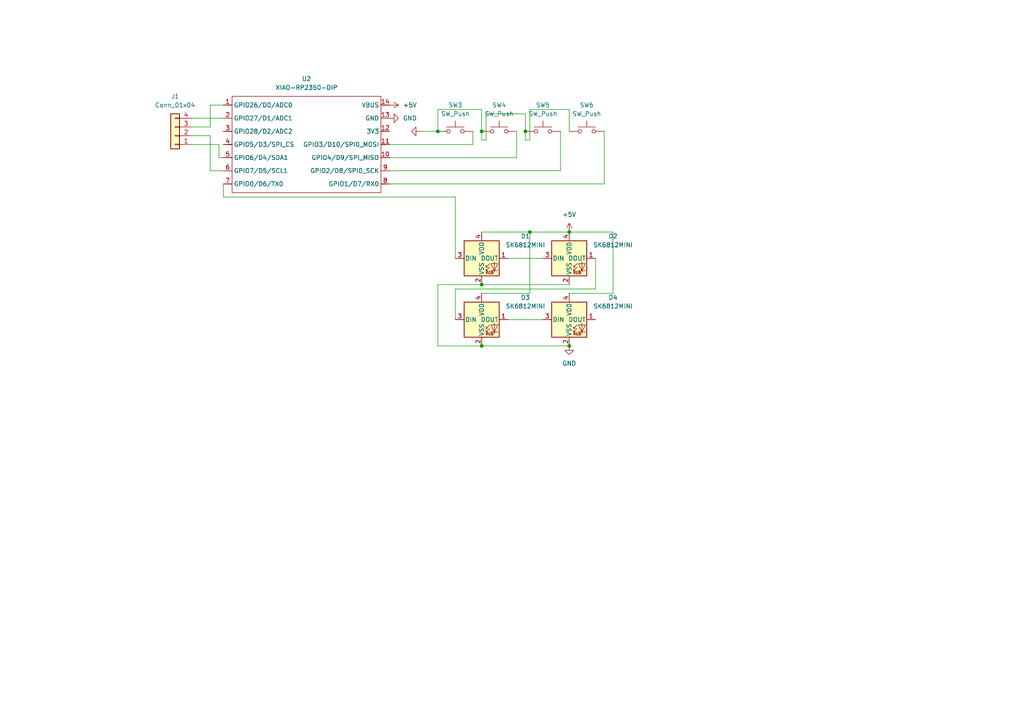
<source format=kicad_sch>
(kicad_sch (version 20250114) (generator "eeschema") (generator_version "9.0")
  (paper "A4")
  (lib_symbols
    (symbol "Connector_Generic:Conn_01x04" (pin_names (offset 1.016) (hide yes))
      (property "Reference" "J" (at 0 5.08 0))
      (property "Value" "Conn_01x04" (at 0 -7.62 0))
      (symbol "Conn_01x04_1_1"
        (rectangle (start -1.27 3.81) (end 1.27 -6.35) (stroke (width 0.254)) (fill (type background)))
        (rectangle (start -1.27 2.667) (end 0 2.413) (stroke (width 0.1524)))
        (rectangle (start -1.27 0.127) (end 0 -0.127) (stroke (width 0.1524)))
        (rectangle (start -1.27 -2.413) (end 0 -2.667) (stroke (width 0.1524)))
        (rectangle (start -1.27 -4.953) (end 0 -5.207) (stroke (width 0.1524)))
        (pin passive line (at -5.08 2.54 0) (length 3.81) (name "Pin_1") (number "1"))
        (pin passive line (at -5.08 0 0) (length 3.81) (name "Pin_2") (number "2"))
        (pin passive line (at -5.08 -2.54 0) (length 3.81) (name "Pin_3") (number "3"))
        (pin passive line (at -5.08 -5.08 0) (length 3.81) (name "Pin_4") (number "4"))
      )
    )
    (symbol "LED:SK6812MINI" (pin_names (offset 0.254))
      (property "Reference" "D" (at 5.08 5.715 0))
      (property "Value" "SK6812MINI" (at 1.27 -5.715 0))
      (symbol "SK6812MINI_0_0"
        (text "RGB" (at 2.286 -4.191 0) (effects (font (size 0.762 0.762))))
      )
      (symbol "SK6812MINI_0_1"
        (polyline (pts (xy 1.27 -2.54) (xy 1.778 -2.54)))
        (polyline (pts (xy 1.27 -3.556) (xy 1.778 -3.556)))
        (polyline (pts (xy 2.286 -1.524) (xy 1.27 -2.54) (xy 1.27 -2.032)))
        (polyline (pts (xy 2.286 -2.54) (xy 1.27 -3.556) (xy 1.27 -3.048)))
        (polyline (pts (xy 3.683 -1.016) (xy 3.683 -3.556) (xy 3.683 -4.064)))
        (polyline (pts (xy 4.699 -1.524) (xy 2.667 -1.524) (xy 3.683 -3.556) (xy 4.699 -1.524)))
        (polyline (pts (xy 4.699 -3.556) (xy 2.667 -3.556)))
        (rectangle (start 5.08 5.08) (end -5.08 -5.08) (stroke (width 0.254)) (fill (type background)))
      )
      (symbol "SK6812MINI_1_1"
        (pin input line (at -7.62 0 0) (length 2.54) (name "DIN") (number "3"))
        (pin power_in line (at 0 7.62 270) (length 2.54) (name "VDD") (number "4"))
        (pin power_in line (at 0 -7.62 90) (length 2.54) (name "VSS") (number "2"))
        (pin output line (at 7.62 0 180) (length 2.54) (name "DOUT") (number "1"))
      )
    )
    (symbol "OPL:XIAO-RP2350-DIP"
      (property "Reference" "U" (at -5.588 2.032 0))
      (property "Value" "XIAO-RP2350-DIP" (at 0 0 0))
      (symbol "XIAO-RP2350-DIP_1_0"
        (polyline (pts (xy -6.35 -1.27) (xy 36.83 -1.27)) (stroke (width 0.1524)))
        (polyline (pts (xy -6.35 -3.81) (xy -7.62 -3.81)) (stroke (width 0.1524)))
        (polyline (pts (xy -6.35 -3.81) (xy -6.35 -1.27)) (stroke (width 0.1524)))
        (polyline (pts (xy -6.35 -7.62) (xy -7.62 -7.62)) (stroke (width 0.1524)))
        (polyline (pts (xy -6.35 -7.62) (xy -6.35 -3.81)) (stroke (width 0.1524)))
        (polyline (pts (xy -6.35 -11.43) (xy -7.62 -11.43)) (stroke (width 0.1524)))
        (polyline (pts (xy -6.35 -11.43) (xy -6.35 -7.62)) (stroke (width 0.1524)))
        (polyline (pts (xy -6.35 -15.24) (xy -7.62 -15.24)) (stroke (width 0.1524)))
        (polyline (pts (xy -6.35 -15.24) (xy -6.35 -11.43)) (stroke (width 0.1524)))
        (polyline (pts (xy -6.35 -19.05) (xy -7.62 -19.05)) (stroke (width 0.1524)))
        (polyline (pts (xy -6.35 -22.86) (xy -7.62 -22.86)) (stroke (width 0.1524)))
        (polyline (pts (xy -6.35 -26.67) (xy -7.62 -26.67)) (stroke (width 0.1524)))
        (polyline (pts (xy -6.35 -29.21) (xy -6.35 -15.24)) (stroke (width 0.1524)))
        (polyline (pts (xy 36.83 -1.27) (xy 36.83 -3.81)) (stroke (width 0.1524)))
        (polyline (pts (xy 36.83 -3.81) (xy 36.83 -7.62)) (stroke (width 0.1524)))
        (polyline (pts (xy 36.83 -7.62) (xy 36.83 -11.43)) (stroke (width 0.1524)))
        (polyline (pts (xy 36.83 -11.43) (xy 36.83 -29.21)) (stroke (width 0.1524)))
        (polyline (pts (xy 36.83 -29.21) (xy -6.35 -29.21)) (stroke (width 0.1524)))
        (polyline (pts (xy 38.1 -3.81) (xy 36.83 -3.81)) (stroke (width 0.1524)))
        (polyline (pts (xy 38.1 -7.62) (xy 36.83 -7.62)) (stroke (width 0.1524)))
        (polyline (pts (xy 38.1 -11.43) (xy 36.83 -11.43)) (stroke (width 0.1524)))
        (polyline (pts (xy 38.1 -15.24) (xy 36.83 -15.24)) (stroke (width 0.1524)))
        (polyline (pts (xy 38.1 -19.05) (xy 36.83 -19.05)) (stroke (width 0.1524)))
        (polyline (pts (xy 38.1 -22.86) (xy 36.83 -22.86)) (stroke (width 0.1524)))
        (polyline (pts (xy 38.1 -26.67) (xy 36.83 -26.67)) (stroke (width 0.1524)))
        (pin passive line (at -8.89 -3.81 0) (length 2.54) (name "GPIO26/D0/ADC0") (number "1"))
        (pin passive line (at -8.89 -7.62 0) (length 2.54) (name "GPIO27/D1/ADC1") (number "2"))
        (pin passive line (at -8.89 -11.43 0) (length 2.54) (name "GPIO28/D2/ADC2") (number "3"))
        (pin passive line (at -8.89 -15.24 0) (length 2.54) (name "GPIO5/D3/SPI_CS") (number "4"))
        (pin passive line (at -8.89 -19.05 0) (length 2.54) (name "GPIO6/D4/SDA1") (number "5"))
        (pin passive line (at -8.89 -22.86 0) (length 2.54) (name "GPIO7/D5/SCL1") (number "6"))
        (pin passive line (at -8.89 -26.67 0) (length 2.54) (name "GPIO0/D6/TX0") (number "7"))
        (pin passive line (at 39.37 -3.81 180) (length 2.54) (name "VBUS") (number "14"))
        (pin passive line (at 39.37 -7.62 180) (length 2.54) (name "GND") (number "13"))
        (pin passive line (at 39.37 -11.43 180) (length 2.54) (name "3V3") (number "12"))
        (pin passive line (at 39.37 -15.24 180) (length 2.54) (name "GPIO3/D10/SPI0_MOSI") (number "11"))
        (pin passive line (at 39.37 -19.05 180) (length 2.54) (name "GPIO4/D9/SPI_MISO") (number "10"))
        (pin passive line (at 39.37 -22.86 180) (length 2.54) (name "GPIO2/D8/SPI0_SCK") (number "9"))
        (pin passive line (at 39.37 -26.67 180) (length 2.54) (name "GPIO1/D7/RX0") (number "8"))
      )
    )
    (symbol "Switch:SW_Push" (pin_numbers (hide yes)) (pin_names (offset 1.016) (hide yes))
      (property "Reference" "SW" (at 1.27 2.54 0))
      (property "Value" "SW_Push" (at 0 -1.524 0))
      (symbol "SW_Push_0_1"
        (circle (center -2.032 0) (radius 0.508))
        (polyline (pts (xy 0 1.27) (xy 0 3.048)))
        (circle (center 2.032 0) (radius 0.508))
        (polyline (pts (xy 2.54 1.27) (xy -2.54 1.27)))
        (pin passive line (at -5.08 0 0) (length 2.54) (name "1") (number "1"))
        (pin passive line (at 5.08 0 180) (length 2.54) (name "2") (number "2"))
      )
    )
    (symbol "power:+5V" (power) (pin_numbers (hide yes)) (pin_names (offset 0) (hide yes))
      (property "Value" "+5V" (at 0 3.556 0))
      (symbol "+5V_0_1"
        (polyline (pts (xy -0.762 1.27) (xy 0 2.54)))
        (polyline (pts (xy 0 2.54) (xy 0.762 1.27)))
        (polyline (pts (xy 0 0) (xy 0 2.54)))
      )
      (symbol "+5V_1_1"
        (pin power_in line (at 0 0 90) (length 0) (name "~") (number "1"))
      )
    )
    (symbol "power:GND" (power) (pin_numbers (hide yes)) (pin_names (offset 0) (hide yes))
      (property "Value" "GND" (at 0 -3.81 0))
      (symbol "GND_0_1"
        (polyline (pts (xy 0 0) (xy 0 -1.27) (xy 1.27 -1.27) (xy 0 -2.54) (xy -1.27 -1.27) (xy 0 -1.27)))
      )
      (symbol "GND_1_1"
        (pin power_in line (at 0 0 270) (length 0) (name "~") (number "1"))
      )
    )
  )
  (junction (at 165.1 67.31))
  (junction (at 152.4 38.1))
  (junction (at 153.67 67.31))
  (junction (at 139.7 82.55))
  (junction (at 127 38.1))
  (junction (at 165.1 100.33))
  (junction (at 139.7 38.1))
  (junction (at 139.7 100.33))
  (wire (pts (xy 127 82.55) (xy 127 100.33)))
  (wire (pts (xy 132.08 57.15) (xy 64.77 57.15)))
  (wire (pts (xy 127 100.33) (xy 139.7 100.33)))
  (wire (pts (xy 60.96 39.37) (xy 60.96 49.53)))
  (wire (pts (xy 55.88 41.91) (xy 63.5 41.91)))
  (wire (pts (xy 140.97 40.64) (xy 140.97 33.02)))
  (wire (pts (xy 132.08 92.71) (xy 132.08 83.82)))
  (wire (pts (xy 175.26 53.34) (xy 113.03 53.34)))
  (wire (pts (xy 162.56 49.53) (xy 113.03 49.53)))
  (wire (pts (xy 132.08 83.82) (xy 172.72 83.82)))
  (wire (pts (xy 127 38.1) (xy 127 31.75)))
  (wire (pts (xy 55.88 34.29) (xy 64.77 34.29)))
  (wire (pts (xy 139.7 67.31) (xy 153.67 67.31)))
  (wire (pts (xy 139.7 82.55) (xy 127 82.55)))
  (wire (pts (xy 121.92 38.1) (xy 127 38.1)))
  (wire (pts (xy 139.7 31.75) (xy 139.7 38.1)))
  (wire (pts (xy 177.8 67.31) (xy 165.1 67.31)))
  (wire (pts (xy 55.88 39.37) (xy 60.96 39.37)))
  (wire (pts (xy 177.8 85.09) (xy 177.8 67.31)))
  (wire (pts (xy 55.88 36.83) (xy 60.96 36.83)))
  (wire (pts (xy 162.56 38.1) (xy 162.56 49.53)))
  (wire (pts (xy 137.16 41.91) (xy 113.03 41.91)))
  (wire (pts (xy 60.96 36.83) (xy 60.96 30.48)))
  (wire (pts (xy 147.32 92.71) (xy 157.48 92.71)))
  (wire (pts (xy 165.1 31.75) (xy 165.1 38.1)))
  (wire (pts (xy 152.4 40.64) (xy 153.67 40.64)))
  (wire (pts (xy 153.67 85.09) (xy 153.67 67.31)))
  (wire (pts (xy 132.08 74.93) (xy 132.08 57.15)))
  (wire (pts (xy 139.7 38.1) (xy 139.7 40.64)))
  (wire (pts (xy 60.96 30.48) (xy 64.77 30.48)))
  (wire (pts (xy 175.26 38.1) (xy 175.26 53.34)))
  (wire (pts (xy 139.7 100.33) (xy 165.1 100.33)))
  (wire (pts (xy 63.5 41.91) (xy 63.5 45.72)))
  (wire (pts (xy 153.67 31.75) (xy 165.1 31.75)))
  (wire (pts (xy 137.16 38.1) (xy 137.16 41.91)))
  (wire (pts (xy 147.32 74.93) (xy 157.48 74.93)))
  (wire (pts (xy 165.1 85.09) (xy 177.8 85.09)))
  (wire (pts (xy 139.7 85.09) (xy 153.67 85.09)))
  (wire (pts (xy 60.96 49.53) (xy 64.77 49.53)))
  (wire (pts (xy 140.97 33.02) (xy 152.4 33.02)))
  (wire (pts (xy 63.5 45.72) (xy 64.77 45.72)))
  (wire (pts (xy 64.77 53.34) (xy 64.77 57.15)))
  (wire (pts (xy 149.86 45.72) (xy 113.03 45.72)))
  (wire (pts (xy 153.67 40.64) (xy 153.67 31.75)))
  (wire (pts (xy 152.4 33.02) (xy 152.4 38.1)))
  (wire (pts (xy 152.4 38.1) (xy 152.4 40.64)))
  (wire (pts (xy 172.72 83.82) (xy 172.72 74.93)))
  (wire (pts (xy 139.7 40.64) (xy 140.97 40.64)))
  (wire (pts (xy 127 31.75) (xy 139.7 31.75)))
  (wire (pts (xy 149.86 38.1) (xy 149.86 45.72)))
  (wire (pts (xy 153.67 67.31) (xy 165.1 67.31)))
  (wire (pts (xy 139.7 82.55) (xy 165.1 82.55)))
  (symbol (lib_id "power:GND") (at 121.92 38.1 270) (unit 1)
    (property "Reference" "#PWR03" (effects (hide yes)))
    (property "Value" "GND" (effects (hide yes)))
    (property "Description" "Power symbol creates a global label with name \"GND\" , ground" (effects (hide yes)))
  )
  (symbol (lib_id "Switch:SW_Push") (at 144.78 38.1 0) (unit 1)
    (property "Reference" "SW4" (at 144.78 30.48 0))
    (property "Value" "SW_Push" (at 144.78 33.02 0))
    (property "Footprint" "Button_Switch_Keyboard:SW_Cherry_MX_1.00u_PCB" (effects (hide yes)))
    (property "Description" "Push button switch, generic, two pins" (effects (hide yes)))
  )
  (symbol (lib_id "LED:SK6812MINI") (at 139.7 92.71 0) (unit 1)
    (property "Reference" "D3" (at 152.4 86.2898 0))
    (property "Value" "SK6812MINI" (at 152.4 88.8298 0))
    (property "Footprint" "LED_SMD:LED_SK6812MINI_PLCC4_3.5x3.5mm_P1.75mm" (effects (hide yes)))
    (property "Datasheet" "https://cdn-shop.adafruit.com/product-files/2686/SK6812MINI_REV.01-1-2.pdf" (effects (hide yes)))
    (property "Description" "RGB LED with integrated controller" (effects (hide yes)))
  )
  (symbol (lib_id "power:+5V") (at 113.03 30.48 270) (unit 1)
    (property "Reference" "#PWR06" (effects (hide yes)))
    (property "Value" "+5V" (at 116.84 30.4799 90) (effects (justify left)))
    (property "Description" "Power symbol creates a global label with name \"+5V\"" (effects (hide yes)))
  )
  (symbol (lib_id "LED:SK6812MINI") (at 139.7 74.93 0) (unit 1)
    (property "Reference" "D1" (at 152.4 68.5098 0))
    (property "Value" "SK6812MINI" (at 152.4 71.0498 0))
    (property "Footprint" "LED_SMD:LED_SK6812MINI_PLCC4_3.5x3.5mm_P1.75mm" (effects (hide yes)))
    (property "Datasheet" "https://cdn-shop.adafruit.com/product-files/2686/SK6812MINI_REV.01-1-2.pdf" (effects (hide yes)))
    (property "Description" "RGB LED with integrated controller" (effects (hide yes)))
  )
  (symbol (lib_id "OPL:XIAO-RP2350-DIP") (at 73.66 26.67 0) (unit 1)
    (property "Reference" "U2" (at 88.9 22.86 0))
    (property "Value" "XIAO-RP2350-DIP" (at 88.9 25.4 0))
    (property "Footprint" "OPL:XIAO-RP2350-DIP" (effects (hide yes)))
  )
  (symbol (lib_id "power:GND") (at 165.1 100.33 0) (unit 1)
    (property "Reference" "#PWR05" (effects (hide yes)))
    (property "Value" "GND" (at 165.1 105.41 0))
    (property "Description" "Power symbol creates a global label with name \"GND\" , ground" (effects (hide yes)))
  )
  (symbol (lib_id "Switch:SW_Push") (at 132.08 38.1 0) (unit 1)
    (property "Reference" "SW3" (at 132.08 30.48 0))
    (property "Value" "SW_Push" (at 132.08 33.02 0))
    (property "Footprint" "Button_Switch_Keyboard:SW_Cherry_MX_1.00u_PCB" (effects (hide yes)))
    (property "Description" "Push button switch, generic, two pins" (effects (hide yes)))
  )
  (symbol (lib_id "power:+5V") (at 165.1 67.31 0) (unit 1)
    (property "Reference" "#PWR04" (effects (hide yes)))
    (property "Value" "+5V" (at 165.1 62.23 0))
    (property "Description" "Power symbol creates a global label with name \"+5V\"" (effects (hide yes)))
  )
  (symbol (lib_id "power:GND") (at 113.03 34.29 90) (unit 1)
    (property "Reference" "#PWR01" (effects (hide yes)))
    (property "Value" "GND" (at 116.84 34.2899 90) (effects (justify right)))
    (property "Description" "Power symbol creates a global label with name \"GND\" , ground" (effects (hide yes)))
  )
  (symbol (lib_id "LED:SK6812MINI") (at 165.1 92.71 0) (unit 1)
    (property "Reference" "D4" (at 177.8 86.2898 0))
    (property "Value" "SK6812MINI" (at 177.8 88.8298 0))
    (property "Footprint" "LED_SMD:LED_SK6812MINI_PLCC4_3.5x3.5mm_P1.75mm" (effects (hide yes)))
    (property "Datasheet" "https://cdn-shop.adafruit.com/product-files/2686/SK6812MINI_REV.01-1-2.pdf" (effects (hide yes)))
    (property "Description" "RGB LED with integrated controller" (effects (hide yes)))
  )
  (symbol (lib_id "Connector_Generic:Conn_01x04") (at 50.8 39.37 180) (unit 1)
    (property "Reference" "J1" (at 50.8 27.94 0))
    (property "Value" "Conn_01x04" (at 50.8 30.48 0))
    (property "Footprint" "OLED_Screen:SSD1306-0.91-OLED-4pin-128x32" (effects (hide yes)))
    (property "Description" "Generic connector, single row, 01x04, script generated (kicad-library-utils/schlib/autogen/connector/)" (effects (hide yes)))
  )
  (symbol (lib_id "Switch:SW_Push") (at 157.48 38.1 0) (unit 1)
    (property "Reference" "SW5" (at 157.48 30.48 0))
    (property "Value" "SW_Push" (at 157.48 33.02 0))
    (property "Footprint" "Button_Switch_Keyboard:SW_Cherry_MX_1.00u_PCB" (effects (hide yes)))
    (property "Description" "Push button switch, generic, two pins" (effects (hide yes)))
  )
  (symbol (lib_id "LED:SK6812MINI") (at 165.1 74.93 0) (unit 1)
    (property "Reference" "D2" (at 177.8 68.5098 0))
    (property "Value" "SK6812MINI" (at 177.8 71.0498 0))
    (property "Footprint" "LED_SMD:LED_SK6812MINI_PLCC4_3.5x3.5mm_P1.75mm" (effects (hide yes)))
    (property "Datasheet" "https://cdn-shop.adafruit.com/product-files/2686/SK6812MINI_REV.01-1-2.pdf" (effects (hide yes)))
    (property "Description" "RGB LED with integrated controller" (effects (hide yes)))
  )
  (symbol (lib_id "Switch:SW_Push") (at 170.18 38.1 0) (unit 1)
    (property "Reference" "SW6" (at 170.18 30.48 0))
    (property "Value" "SW_Push" (at 170.18 33.02 0))
    (property "Footprint" "Button_Switch_Keyboard:SW_Cherry_MX_1.00u_PCB" (effects (hide yes)))
    (property "Description" "Push button switch, generic, two pins" (effects (hide yes)))
  )
)
</source>
